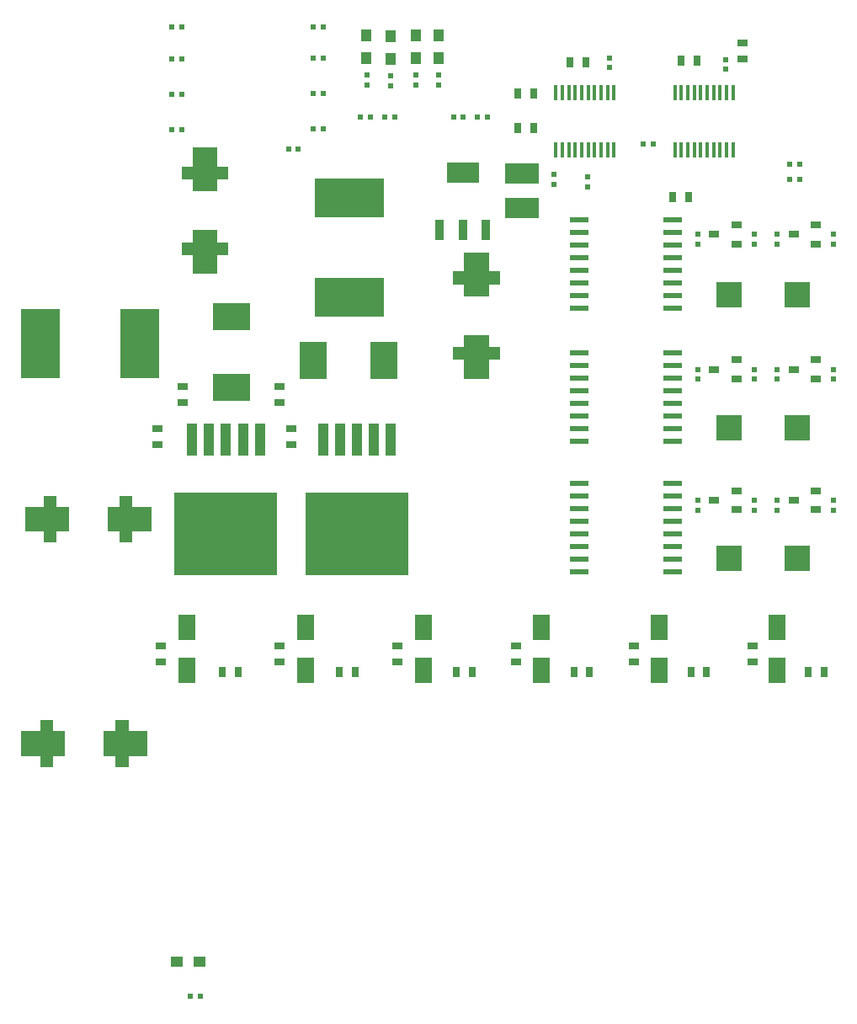
<source format=gtp>
G04*
G04 #@! TF.GenerationSoftware,Altium Limited,Altium Designer,20.0.13 (296)*
G04*
G04 Layer_Color=8421504*
%FSLAX44Y44*%
%MOMM*%
G71*
G01*
G75*
%ADD20R,0.5000X0.6000*%
%ADD21R,0.8000X1.0000*%
%ADD22R,0.4100X1.5600*%
%ADD23R,1.0000X0.8000*%
%ADD24R,0.6000X0.5000*%
%ADD25R,3.5000X2.1500*%
%ADD26R,1.1000X1.2500*%
%ADD27R,1.2500X1.1000*%
%ADD28R,2.6000X2.5000*%
%ADD29R,2.7940X3.8100*%
%ADD30R,7.0000X4.0000*%
%ADD31R,1.0500X3.2000*%
%ADD32R,10.4500X8.3000*%
%ADD33R,1.9812X0.5334*%
%ADD34R,4.0000X7.0000*%
%ADD35R,3.8100X2.7940*%
%ADD36R,1.7500X2.6500*%
%ADD37R,1.1000X0.8000*%
%ADD38R,3.2500X2.1500*%
%ADD39R,0.9500X2.1500*%
G36*
X45750Y337750D02*
X57750D01*
Y312750D01*
X45750D01*
Y301750D01*
X32750D01*
Y312750D01*
X13750D01*
Y337750D01*
X32750D01*
Y348750D01*
X45750D01*
Y337750D01*
D02*
G37*
G36*
X121750D02*
X140750D01*
Y312750D01*
X121750D01*
Y301750D01*
X108750D01*
Y312750D01*
X96750D01*
Y337750D01*
X108750D01*
Y348750D01*
X121750D01*
Y337750D01*
D02*
G37*
G36*
X49500Y563250D02*
X61500D01*
Y538250D01*
X49500D01*
Y527250D01*
X36500D01*
Y538250D01*
X17500D01*
Y563250D01*
X36500D01*
Y574250D01*
X49500D01*
Y563250D01*
D02*
G37*
G36*
X125500D02*
X144500D01*
Y538250D01*
X125500D01*
Y527250D01*
X112500D01*
Y538250D01*
X100500D01*
Y563250D01*
X112500D01*
Y574250D01*
X125500D01*
Y563250D01*
D02*
G37*
G36*
X186250Y829250D02*
Y841250D01*
X211250D01*
Y829250D01*
X222250D01*
Y816250D01*
X211250D01*
Y797250D01*
X186250D01*
Y816250D01*
X175250D01*
Y829250D01*
X186250D01*
D02*
G37*
G36*
Y905250D02*
Y924250D01*
X211250D01*
Y905250D01*
X222250D01*
Y892250D01*
X211250D01*
Y880250D01*
X186250D01*
Y892250D01*
X175250D01*
Y905250D01*
X186250D01*
D02*
G37*
G36*
X484250Y711000D02*
Y692000D01*
X459250D01*
Y711000D01*
X448250D01*
Y724000D01*
X459250D01*
Y736000D01*
X484250D01*
Y724000D01*
X495250D01*
Y711000D01*
X484250D01*
D02*
G37*
G36*
Y787000D02*
Y775000D01*
X459250D01*
Y787000D01*
X448250D01*
Y800000D01*
X459250D01*
Y819000D01*
X484250D01*
Y800000D01*
X495250D01*
Y787000D01*
X484250D01*
D02*
G37*
D20*
X175500Y942227D02*
D03*
X165500D02*
D03*
X175500Y977818D02*
D03*
X165500D02*
D03*
X175500Y1013500D02*
D03*
X165500D02*
D03*
X379153Y955500D02*
D03*
X389153D02*
D03*
X355000D02*
D03*
X365000D02*
D03*
X458500D02*
D03*
X448500D02*
D03*
X482401D02*
D03*
X472401D02*
D03*
X317250Y1014750D02*
D03*
X307250D02*
D03*
X649750Y928250D02*
D03*
X639750D02*
D03*
X796750Y892750D02*
D03*
X786750D02*
D03*
X282500Y923000D02*
D03*
X292500D02*
D03*
X796750Y907625D02*
D03*
X786750D02*
D03*
X317250Y1045350D02*
D03*
X307250D02*
D03*
X175500D02*
D03*
X165500D02*
D03*
X307250Y943476D02*
D03*
X317250D02*
D03*
X307250Y979000D02*
D03*
X317250D02*
D03*
X194100Y70750D02*
D03*
X184100D02*
D03*
D21*
X529000Y978500D02*
D03*
X513000D02*
D03*
X529000Y944000D02*
D03*
X513000D02*
D03*
X685000Y874750D02*
D03*
X669000D02*
D03*
X693250Y1011750D02*
D03*
X677250D02*
D03*
X566000Y1010250D02*
D03*
X582000D02*
D03*
X821000Y397250D02*
D03*
X805000D02*
D03*
X703250D02*
D03*
X687250D02*
D03*
X585500D02*
D03*
X569500D02*
D03*
X467750D02*
D03*
X451750D02*
D03*
X350000D02*
D03*
X334000D02*
D03*
X232250D02*
D03*
X216250D02*
D03*
D22*
X671250Y980050D02*
D03*
X677750D02*
D03*
X684250D02*
D03*
X690750D02*
D03*
X697250D02*
D03*
X703750D02*
D03*
X710250D02*
D03*
X716750D02*
D03*
X723250D02*
D03*
X729750D02*
D03*
Y922450D02*
D03*
X723250D02*
D03*
X716750D02*
D03*
X710250D02*
D03*
X703750D02*
D03*
X697250D02*
D03*
X690750D02*
D03*
X684250D02*
D03*
X677750D02*
D03*
X671250D02*
D03*
X551500Y980050D02*
D03*
X558000D02*
D03*
X564500D02*
D03*
X571000D02*
D03*
X577500D02*
D03*
X584000D02*
D03*
X590500D02*
D03*
X597000D02*
D03*
X603500D02*
D03*
X610000D02*
D03*
Y922450D02*
D03*
X603500D02*
D03*
X597000D02*
D03*
X590500D02*
D03*
X584000D02*
D03*
X577500D02*
D03*
X571000D02*
D03*
X564500D02*
D03*
X558000D02*
D03*
X551500D02*
D03*
D23*
X739500Y1029250D02*
D03*
Y1013250D02*
D03*
X273750Y667750D02*
D03*
Y683750D02*
D03*
X285125Y641750D02*
D03*
Y625750D02*
D03*
X150625Y641750D02*
D03*
Y625750D02*
D03*
X176000Y667750D02*
D03*
Y683750D02*
D03*
X154500Y423250D02*
D03*
Y407250D02*
D03*
X273400Y423250D02*
D03*
Y407250D02*
D03*
X392300Y423250D02*
D03*
Y407250D02*
D03*
X511200Y423250D02*
D03*
Y407250D02*
D03*
X630100Y423250D02*
D03*
Y407250D02*
D03*
X749000Y423250D02*
D03*
Y407250D02*
D03*
D24*
X549250Y897500D02*
D03*
Y887500D02*
D03*
X605250Y1004750D02*
D03*
Y1014750D02*
D03*
X722000Y1013000D02*
D03*
Y1003000D02*
D03*
X433830Y987000D02*
D03*
Y997000D02*
D03*
X385250Y986750D02*
D03*
Y996750D02*
D03*
X410500Y987000D02*
D03*
Y997000D02*
D03*
X361250Y987000D02*
D03*
Y997000D02*
D03*
X583500Y884750D02*
D03*
Y894750D02*
D03*
X774000Y827000D02*
D03*
Y837000D02*
D03*
X830762Y827000D02*
D03*
Y837000D02*
D03*
X751000Y827000D02*
D03*
Y837000D02*
D03*
X694000Y827000D02*
D03*
Y837000D02*
D03*
X830762Y691500D02*
D03*
Y701500D02*
D03*
X774000Y691500D02*
D03*
Y701500D02*
D03*
X751000Y691500D02*
D03*
Y701500D02*
D03*
X694000Y691500D02*
D03*
Y701500D02*
D03*
X830762Y559750D02*
D03*
Y569750D02*
D03*
X751000Y559750D02*
D03*
Y569750D02*
D03*
X774000Y559750D02*
D03*
Y569750D02*
D03*
X694000Y559750D02*
D03*
Y569750D02*
D03*
D25*
X517500Y863250D02*
D03*
Y898250D02*
D03*
D26*
X361000Y1037000D02*
D03*
Y1014000D02*
D03*
X410500Y1037000D02*
D03*
Y1014000D02*
D03*
X433830D02*
D03*
Y1037000D02*
D03*
X385075Y1013750D02*
D03*
Y1036750D02*
D03*
D27*
X170250Y106250D02*
D03*
X193250D02*
D03*
D28*
X794100Y776160D02*
D03*
X725500D02*
D03*
X794100Y642660D02*
D03*
X725500D02*
D03*
X794100Y511160D02*
D03*
X725500D02*
D03*
D29*
X378935Y710000D02*
D03*
X307565D02*
D03*
D30*
X344250Y873500D02*
D03*
Y773500D02*
D03*
D31*
X385250Y630750D02*
D03*
X368250D02*
D03*
X351250D02*
D03*
X334250D02*
D03*
X317250D02*
D03*
X253750D02*
D03*
X236750D02*
D03*
X219750D02*
D03*
X202750D02*
D03*
X185750D02*
D03*
D32*
X351250Y536250D02*
D03*
X219750D02*
D03*
D33*
X669230Y586700D02*
D03*
Y574000D02*
D03*
Y561300D02*
D03*
Y548600D02*
D03*
Y535900D02*
D03*
Y523200D02*
D03*
Y510500D02*
D03*
Y497800D02*
D03*
X575250D02*
D03*
Y510500D02*
D03*
Y523200D02*
D03*
Y535900D02*
D03*
Y548600D02*
D03*
Y561300D02*
D03*
Y574000D02*
D03*
Y586700D02*
D03*
Y851700D02*
D03*
Y839000D02*
D03*
Y826300D02*
D03*
Y813600D02*
D03*
Y800900D02*
D03*
Y788200D02*
D03*
Y775500D02*
D03*
Y762800D02*
D03*
X669230D02*
D03*
Y775500D02*
D03*
Y788200D02*
D03*
Y800900D02*
D03*
Y813600D02*
D03*
Y826300D02*
D03*
Y839000D02*
D03*
Y851700D02*
D03*
X575250Y718200D02*
D03*
Y705500D02*
D03*
Y692800D02*
D03*
Y680100D02*
D03*
Y667400D02*
D03*
Y654700D02*
D03*
Y642000D02*
D03*
Y629300D02*
D03*
X669230D02*
D03*
Y642000D02*
D03*
Y654700D02*
D03*
Y667400D02*
D03*
Y680100D02*
D03*
Y692800D02*
D03*
Y705500D02*
D03*
Y718200D02*
D03*
D34*
X33000Y727000D02*
D03*
X133000D02*
D03*
D35*
X225250Y683315D02*
D03*
Y754685D02*
D03*
D36*
X774000Y398750D02*
D03*
Y441750D02*
D03*
X655350Y398750D02*
D03*
Y441750D02*
D03*
X536700Y398750D02*
D03*
Y441750D02*
D03*
X418050Y398750D02*
D03*
Y441750D02*
D03*
X299400Y398750D02*
D03*
Y441750D02*
D03*
X180750Y398750D02*
D03*
Y441750D02*
D03*
D37*
X710500Y569750D02*
D03*
X733000Y579250D02*
D03*
Y560250D02*
D03*
X790500Y569750D02*
D03*
X813000Y579250D02*
D03*
Y560250D02*
D03*
X710500Y701500D02*
D03*
X733000Y711000D02*
D03*
Y692000D02*
D03*
X790500Y701500D02*
D03*
X813000Y711000D02*
D03*
Y692000D02*
D03*
X710500Y837000D02*
D03*
X733000Y846500D02*
D03*
Y827500D02*
D03*
X790500Y837000D02*
D03*
X813000Y846500D02*
D03*
Y827500D02*
D03*
D38*
X457750Y899250D02*
D03*
D39*
X480750Y841250D02*
D03*
X457750D02*
D03*
X434750D02*
D03*
M02*

</source>
